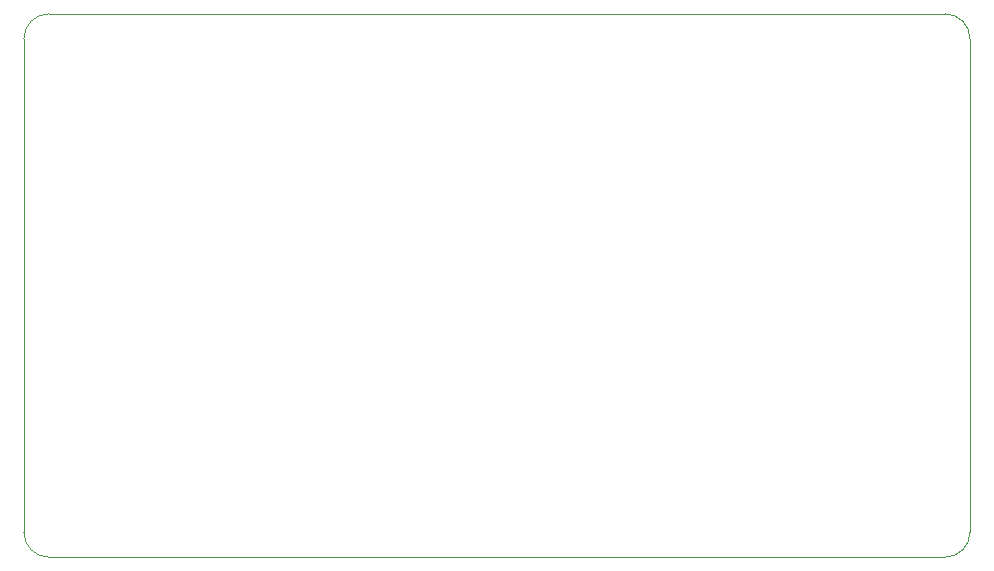
<source format=gbr>
%TF.GenerationSoftware,KiCad,Pcbnew,9.0.3*%
%TF.CreationDate,2025-08-13T11:48:25-07:00*%
%TF.ProjectId,PD Board,50442042-6f61-4726-942e-6b696361645f,rev?*%
%TF.SameCoordinates,Original*%
%TF.FileFunction,Profile,NP*%
%FSLAX46Y46*%
G04 Gerber Fmt 4.6, Leading zero omitted, Abs format (unit mm)*
G04 Created by KiCad (PCBNEW 9.0.3) date 2025-08-13 11:48:25*
%MOMM*%
%LPD*%
G01*
G04 APERTURE LIST*
%TA.AperFunction,Profile*%
%ADD10C,0.038100*%
%TD*%
G04 APERTURE END LIST*
D10*
X170000000Y-136900000D02*
G75*
G02*
X167900000Y-139000000I-2100000J0D01*
G01*
X92000000Y-93000000D02*
X167900000Y-93000000D01*
X167900000Y-93000000D02*
G75*
G02*
X170000000Y-95100000I0J-2100000D01*
G01*
X167900000Y-139000000D02*
X92000000Y-139000000D01*
X170000000Y-95100000D02*
X170000000Y-136900000D01*
X89900000Y-95100000D02*
G75*
G02*
X92000000Y-93000000I2100000J0D01*
G01*
X89900000Y-136900000D02*
X89900000Y-95100000D01*
X92000000Y-139000000D02*
G75*
G02*
X89900000Y-136900000I0J2100000D01*
G01*
M02*

</source>
